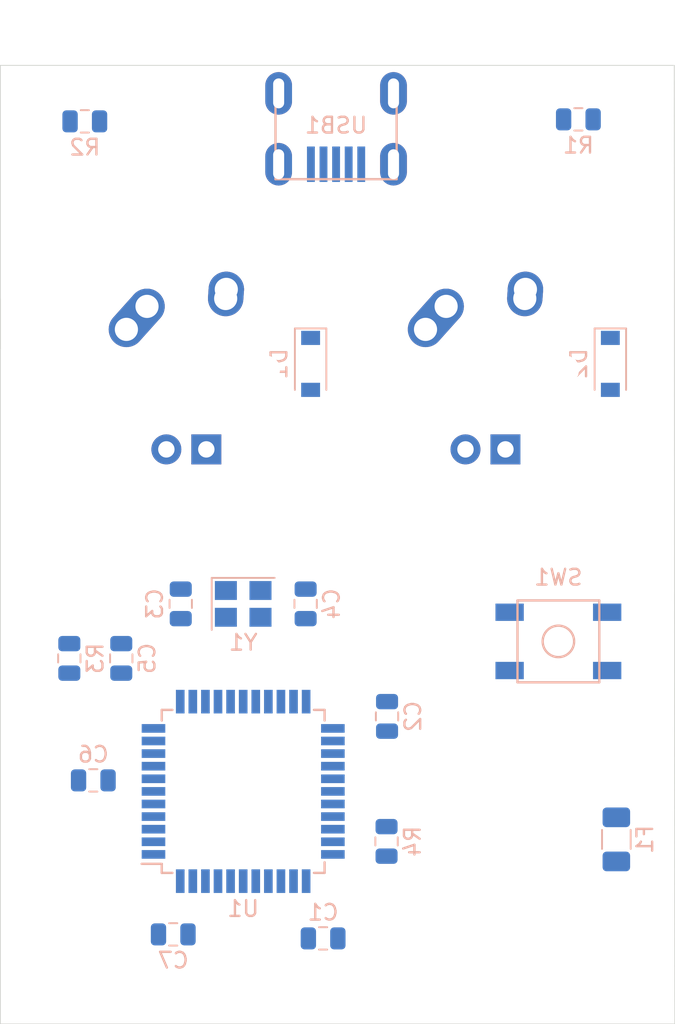
<source format=kicad_pcb>
(kicad_pcb (version 20171130) (host pcbnew "(5.1.4)-1")

  (general
    (thickness 1.6)
    (drawings 5)
    (tracks 0)
    (zones 0)
    (modules 20)
    (nets 46)
  )

  (page A4)
  (layers
    (0 F.Cu signal)
    (31 B.Cu signal)
    (32 B.Adhes user)
    (33 F.Adhes user)
    (34 B.Paste user)
    (35 F.Paste user)
    (36 B.SilkS user)
    (37 F.SilkS user)
    (38 B.Mask user)
    (39 F.Mask user)
    (40 Dwgs.User user)
    (41 Cmts.User user)
    (42 Eco1.User user)
    (43 Eco2.User user)
    (44 Edge.Cuts user)
    (45 Margin user)
    (46 B.CrtYd user)
    (47 F.CrtYd user)
    (48 B.Fab user)
    (49 F.Fab user)
  )

  (setup
    (last_trace_width 0.25)
    (trace_clearance 0.2)
    (zone_clearance 0.508)
    (zone_45_only no)
    (trace_min 0.2)
    (via_size 0.8)
    (via_drill 0.4)
    (via_min_size 0.4)
    (via_min_drill 0.3)
    (uvia_size 0.3)
    (uvia_drill 0.1)
    (uvias_allowed no)
    (uvia_min_size 0.2)
    (uvia_min_drill 0.1)
    (edge_width 0.05)
    (segment_width 0.2)
    (pcb_text_width 0.3)
    (pcb_text_size 1.5 1.5)
    (mod_edge_width 0.12)
    (mod_text_size 1 1)
    (mod_text_width 0.15)
    (pad_size 1.524 1.524)
    (pad_drill 0.762)
    (pad_to_mask_clearance 0.051)
    (solder_mask_min_width 0.25)
    (aux_axis_origin 0 0)
    (visible_elements FFFFFF7F)
    (pcbplotparams
      (layerselection 0x010fc_ffffffff)
      (usegerberextensions false)
      (usegerberattributes false)
      (usegerberadvancedattributes false)
      (creategerberjobfile false)
      (excludeedgelayer true)
      (linewidth 0.100000)
      (plotframeref false)
      (viasonmask false)
      (mode 1)
      (useauxorigin false)
      (hpglpennumber 1)
      (hpglpenspeed 20)
      (hpglpendiameter 15.000000)
      (psnegative false)
      (psa4output false)
      (plotreference true)
      (plotvalue true)
      (plotinvisibletext false)
      (padsonsilk false)
      (subtractmaskfromsilk false)
      (outputformat 1)
      (mirror false)
      (drillshape 1)
      (scaleselection 1)
      (outputdirectory ""))
  )

  (net 0 "")
  (net 1 GND)
  (net 2 +5V)
  (net 3 "Net-(C3-Pad1)")
  (net 4 "Net-(C4-Pad1)")
  (net 5 "Net-(C6-Pad1)")
  (net 6 "Net-(D1-Pad2)")
  (net 7 ROW0)
  (net 8 "Net-(D2-Pad2)")
  (net 9 "Net-(F1-Pad2)")
  (net 10 "Net-(MX1-Pad1)")
  (net 11 "Net-(MX2-Pad1)")
  (net 12 D-)
  (net 13 "Net-(R1-Pad1)")
  (net 14 D+)
  (net 15 "Net-(R2-Pad1)")
  (net 16 "Net-(R3-Pad2)")
  (net 17 "Net-(R4-Pad2)")
  (net 18 "Net-(U1-Pad42)")
  (net 19 "Net-(U1-Pad41)")
  (net 20 "Net-(U1-Pad40)")
  (net 21 "Net-(U1-Pad39)")
  (net 22 "Net-(U1-Pad38)")
  (net 23 "Net-(U1-Pad37)")
  (net 24 "Net-(U1-Pad36)")
  (net 25 "Net-(U1-Pad32)")
  (net 26 "Net-(U1-Pad31)")
  (net 27 "Net-(U1-Pad30)")
  (net 28 "Net-(U1-Pad29)")
  (net 29 "Net-(U1-Pad28)")
  (net 30 "Net-(U1-Pad27)")
  (net 31 "Net-(U1-Pad26)")
  (net 32 "Net-(U1-Pad25)")
  (net 33 "Net-(U1-Pad22)")
  (net 34 "Net-(U1-Pad21)")
  (net 35 "Net-(U1-Pad20)")
  (net 36 "Net-(U1-Pad19)")
  (net 37 "Net-(U1-Pad18)")
  (net 38 "Net-(U1-Pad12)")
  (net 39 "Net-(U1-Pad11)")
  (net 40 "Net-(U1-Pad10)")
  (net 41 "Net-(U1-Pad9)")
  (net 42 "Net-(U1-Pad8)")
  (net 43 "Net-(U1-Pad1)")
  (net 44 "Net-(USB1-Pad6)")
  (net 45 "Net-(USB1-Pad2)")

  (net_class Default "This is the default net class."
    (clearance 0.2)
    (trace_width 0.25)
    (via_dia 0.8)
    (via_drill 0.4)
    (uvia_dia 0.3)
    (uvia_drill 0.1)
    (add_net +5V)
    (add_net D+)
    (add_net D-)
    (add_net GND)
    (add_net "Net-(C3-Pad1)")
    (add_net "Net-(C4-Pad1)")
    (add_net "Net-(C6-Pad1)")
    (add_net "Net-(D1-Pad2)")
    (add_net "Net-(D2-Pad2)")
    (add_net "Net-(F1-Pad2)")
    (add_net "Net-(MX1-Pad1)")
    (add_net "Net-(MX2-Pad1)")
    (add_net "Net-(R1-Pad1)")
    (add_net "Net-(R2-Pad1)")
    (add_net "Net-(R3-Pad2)")
    (add_net "Net-(R4-Pad2)")
    (add_net "Net-(U1-Pad1)")
    (add_net "Net-(U1-Pad10)")
    (add_net "Net-(U1-Pad11)")
    (add_net "Net-(U1-Pad12)")
    (add_net "Net-(U1-Pad18)")
    (add_net "Net-(U1-Pad19)")
    (add_net "Net-(U1-Pad20)")
    (add_net "Net-(U1-Pad21)")
    (add_net "Net-(U1-Pad22)")
    (add_net "Net-(U1-Pad25)")
    (add_net "Net-(U1-Pad26)")
    (add_net "Net-(U1-Pad27)")
    (add_net "Net-(U1-Pad28)")
    (add_net "Net-(U1-Pad29)")
    (add_net "Net-(U1-Pad30)")
    (add_net "Net-(U1-Pad31)")
    (add_net "Net-(U1-Pad32)")
    (add_net "Net-(U1-Pad36)")
    (add_net "Net-(U1-Pad37)")
    (add_net "Net-(U1-Pad38)")
    (add_net "Net-(U1-Pad39)")
    (add_net "Net-(U1-Pad40)")
    (add_net "Net-(U1-Pad41)")
    (add_net "Net-(U1-Pad42)")
    (add_net "Net-(U1-Pad8)")
    (add_net "Net-(U1-Pad9)")
    (add_net "Net-(USB1-Pad2)")
    (add_net "Net-(USB1-Pad6)")
    (add_net ROW0)
  )

  (module Crystal:Crystal_SMD_3225-4Pin_3.2x2.5mm (layer B.Cu) (tedit 5A0FD1B2) (tstamp 669EAC4E)
    (at 97.18675 78.89875)
    (descr "SMD Crystal SERIES SMD3225/4 http://www.txccrystal.com/images/pdf/7m-accuracy.pdf, 3.2x2.5mm^2 package")
    (tags "SMD SMT crystal")
    (path /669FD48B)
    (attr smd)
    (fp_text reference Y1 (at 0 2.45) (layer B.SilkS)
      (effects (font (size 1 1) (thickness 0.15)) (justify mirror))
    )
    (fp_text value 16MHz (at 0 -2.45) (layer B.Fab)
      (effects (font (size 1 1) (thickness 0.15)) (justify mirror))
    )
    (fp_text user %R (at 0 0) (layer B.Fab)
      (effects (font (size 0.7 0.7) (thickness 0.105)) (justify mirror))
    )
    (fp_line (start -1.6 1.25) (end -1.6 -1.25) (layer B.Fab) (width 0.1))
    (fp_line (start -1.6 -1.25) (end 1.6 -1.25) (layer B.Fab) (width 0.1))
    (fp_line (start 1.6 -1.25) (end 1.6 1.25) (layer B.Fab) (width 0.1))
    (fp_line (start 1.6 1.25) (end -1.6 1.25) (layer B.Fab) (width 0.1))
    (fp_line (start -1.6 -0.25) (end -0.6 -1.25) (layer B.Fab) (width 0.1))
    (fp_line (start -2 1.65) (end -2 -1.65) (layer B.SilkS) (width 0.12))
    (fp_line (start -2 -1.65) (end 2 -1.65) (layer B.SilkS) (width 0.12))
    (fp_line (start -2.1 1.7) (end -2.1 -1.7) (layer B.CrtYd) (width 0.05))
    (fp_line (start -2.1 -1.7) (end 2.1 -1.7) (layer B.CrtYd) (width 0.05))
    (fp_line (start 2.1 -1.7) (end 2.1 1.7) (layer B.CrtYd) (width 0.05))
    (fp_line (start 2.1 1.7) (end -2.1 1.7) (layer B.CrtYd) (width 0.05))
    (pad 1 smd rect (at -1.1 -0.85) (size 1.4 1.2) (layers B.Cu B.Paste B.Mask)
      (net 3 "Net-(C3-Pad1)"))
    (pad 2 smd rect (at 1.1 -0.85) (size 1.4 1.2) (layers B.Cu B.Paste B.Mask)
      (net 1 GND))
    (pad 3 smd rect (at 1.1 0.85) (size 1.4 1.2) (layers B.Cu B.Paste B.Mask)
      (net 4 "Net-(C4-Pad1)"))
    (pad 4 smd rect (at -1.1 0.85) (size 1.4 1.2) (layers B.Cu B.Paste B.Mask)
      (net 1 GND))
    (model ${KISYS3DMOD}/Crystal.3dshapes/Crystal_SMD_3225-4Pin_3.2x2.5mm.wrl
      (at (xyz 0 0 0))
      (scale (xyz 1 1 1))
      (rotate (xyz 0 0 0))
    )
  )

  (module random-keyboard-parts:Molex-0548190589 (layer B.Cu) (tedit 5C494815) (tstamp 669EAC3A)
    (at 103.091 46.482 270)
    (path /66A09050)
    (attr smd)
    (fp_text reference USB1 (at 2.032 0 180) (layer B.SilkS)
      (effects (font (size 1 1) (thickness 0.15)) (justify mirror))
    )
    (fp_text value Molex-0548190589 (at -5.08 0 180) (layer Dwgs.User)
      (effects (font (size 1 1) (thickness 0.15)))
    )
    (fp_text user %R (at 2 0 180) (layer B.CrtYd)
      (effects (font (size 1 1) (thickness 0.15)) (justify mirror))
    )
    (fp_line (start 3.25 1.25) (end 5.5 1.25) (layer B.CrtYd) (width 0.15))
    (fp_line (start 5.5 0.5) (end 3.25 0.5) (layer B.CrtYd) (width 0.15))
    (fp_line (start 3.25 -0.5) (end 5.5 -0.5) (layer B.CrtYd) (width 0.15))
    (fp_line (start 5.5 -1.25) (end 3.25 -1.25) (layer B.CrtYd) (width 0.15))
    (fp_line (start 3.25 -2) (end 5.5 -2) (layer B.CrtYd) (width 0.15))
    (fp_line (start 3.25 2) (end 3.25 -2) (layer B.CrtYd) (width 0.15))
    (fp_line (start 5.5 2) (end 3.25 2) (layer B.CrtYd) (width 0.15))
    (fp_line (start -3.75 -3.75) (end -3.75 3.75) (layer B.CrtYd) (width 0.15))
    (fp_line (start 5.5 -3.75) (end -3.75 -3.75) (layer B.CrtYd) (width 0.15))
    (fp_line (start 5.5 3.75) (end 5.5 -3.75) (layer B.CrtYd) (width 0.15))
    (fp_line (start -3.75 3.75) (end 5.5 3.75) (layer B.CrtYd) (width 0.15))
    (fp_line (start 0 3.85) (end 5.45 3.85) (layer B.SilkS) (width 0.15))
    (fp_line (start 0 -3.85) (end 5.45 -3.85) (layer B.SilkS) (width 0.15))
    (fp_line (start 5.45 3.85) (end 5.45 -3.85) (layer B.SilkS) (width 0.15))
    (fp_line (start -3.75 3.85) (end 0 3.85) (layer Dwgs.User) (width 0.15))
    (fp_line (start -3.75 -3.85) (end 0 -3.85) (layer Dwgs.User) (width 0.15))
    (fp_line (start -1.75 4.572) (end -1.75 -4.572) (layer Dwgs.User) (width 0.15))
    (fp_line (start -3.75 3.85) (end -3.75 -3.85) (layer Dwgs.User) (width 0.15))
    (pad 6 thru_hole oval (at 0 3.65 270) (size 2.7 1.7) (drill oval 1.9 0.7) (layers *.Cu *.Mask)
      (net 44 "Net-(USB1-Pad6)"))
    (pad 6 thru_hole oval (at 0 -3.65 270) (size 2.7 1.7) (drill oval 1.9 0.7) (layers *.Cu *.Mask)
      (net 44 "Net-(USB1-Pad6)"))
    (pad 6 thru_hole oval (at 4.5 -3.65 270) (size 2.7 1.7) (drill oval 1.9 0.7) (layers *.Cu *.Mask)
      (net 44 "Net-(USB1-Pad6)"))
    (pad 6 thru_hole oval (at 4.5 3.65 270) (size 2.7 1.7) (drill oval 1.9 0.7) (layers *.Cu *.Mask)
      (net 44 "Net-(USB1-Pad6)"))
    (pad 5 smd rect (at 4.5 1.6 270) (size 2.25 0.5) (layers B.Cu B.Paste B.Mask)
      (net 9 "Net-(F1-Pad2)"))
    (pad 4 smd rect (at 4.5 0.8 270) (size 2.25 0.5) (layers B.Cu B.Paste B.Mask)
      (net 12 D-))
    (pad 3 smd rect (at 4.5 0 270) (size 2.25 0.5) (layers B.Cu B.Paste B.Mask)
      (net 14 D+))
    (pad 2 smd rect (at 4.5 -0.8 270) (size 2.25 0.5) (layers B.Cu B.Paste B.Mask)
      (net 45 "Net-(USB1-Pad2)"))
    (pad 1 smd rect (at 4.5 -1.6 270) (size 2.25 0.5) (layers B.Cu B.Paste B.Mask)
      (net 1 GND))
  )

  (module Package_QFP:TQFP-44_10x10mm_P0.8mm (layer B.Cu) (tedit 5A02F146) (tstamp 669EAC1A)
    (at 97.18675 90.805)
    (descr "44-Lead Plastic Thin Quad Flatpack (PT) - 10x10x1.0 mm Body [TQFP] (see Microchip Packaging Specification 00000049BS.pdf)")
    (tags "QFP 0.8")
    (path /669E57B7)
    (attr smd)
    (fp_text reference U1 (at 0 7.45) (layer B.SilkS)
      (effects (font (size 1 1) (thickness 0.15)) (justify mirror))
    )
    (fp_text value ATmega32U4-AU (at 0 -7.45) (layer B.Fab)
      (effects (font (size 1 1) (thickness 0.15)) (justify mirror))
    )
    (fp_text user %R (at 0 0) (layer B.Fab)
      (effects (font (size 1 1) (thickness 0.15)) (justify mirror))
    )
    (fp_line (start -4 5) (end 5 5) (layer B.Fab) (width 0.15))
    (fp_line (start 5 5) (end 5 -5) (layer B.Fab) (width 0.15))
    (fp_line (start 5 -5) (end -5 -5) (layer B.Fab) (width 0.15))
    (fp_line (start -5 -5) (end -5 4) (layer B.Fab) (width 0.15))
    (fp_line (start -5 4) (end -4 5) (layer B.Fab) (width 0.15))
    (fp_line (start -6.7 6.7) (end -6.7 -6.7) (layer B.CrtYd) (width 0.05))
    (fp_line (start 6.7 6.7) (end 6.7 -6.7) (layer B.CrtYd) (width 0.05))
    (fp_line (start -6.7 6.7) (end 6.7 6.7) (layer B.CrtYd) (width 0.05))
    (fp_line (start -6.7 -6.7) (end 6.7 -6.7) (layer B.CrtYd) (width 0.05))
    (fp_line (start -5.175 5.175) (end -5.175 4.6) (layer B.SilkS) (width 0.15))
    (fp_line (start 5.175 5.175) (end 5.175 4.5) (layer B.SilkS) (width 0.15))
    (fp_line (start 5.175 -5.175) (end 5.175 -4.5) (layer B.SilkS) (width 0.15))
    (fp_line (start -5.175 -5.175) (end -5.175 -4.5) (layer B.SilkS) (width 0.15))
    (fp_line (start -5.175 5.175) (end -4.5 5.175) (layer B.SilkS) (width 0.15))
    (fp_line (start -5.175 -5.175) (end -4.5 -5.175) (layer B.SilkS) (width 0.15))
    (fp_line (start 5.175 -5.175) (end 4.5 -5.175) (layer B.SilkS) (width 0.15))
    (fp_line (start 5.175 5.175) (end 4.5 5.175) (layer B.SilkS) (width 0.15))
    (fp_line (start -5.175 4.6) (end -6.45 4.6) (layer B.SilkS) (width 0.15))
    (pad 1 smd rect (at -5.7 4) (size 1.5 0.55) (layers B.Cu B.Paste B.Mask)
      (net 43 "Net-(U1-Pad1)"))
    (pad 2 smd rect (at -5.7 3.2) (size 1.5 0.55) (layers B.Cu B.Paste B.Mask)
      (net 2 +5V))
    (pad 3 smd rect (at -5.7 2.4) (size 1.5 0.55) (layers B.Cu B.Paste B.Mask)
      (net 13 "Net-(R1-Pad1)"))
    (pad 4 smd rect (at -5.7 1.6) (size 1.5 0.55) (layers B.Cu B.Paste B.Mask)
      (net 15 "Net-(R2-Pad1)"))
    (pad 5 smd rect (at -5.7 0.8) (size 1.5 0.55) (layers B.Cu B.Paste B.Mask)
      (net 1 GND))
    (pad 6 smd rect (at -5.7 0) (size 1.5 0.55) (layers B.Cu B.Paste B.Mask)
      (net 5 "Net-(C6-Pad1)"))
    (pad 7 smd rect (at -5.7 -0.8) (size 1.5 0.55) (layers B.Cu B.Paste B.Mask)
      (net 2 +5V))
    (pad 8 smd rect (at -5.7 -1.6) (size 1.5 0.55) (layers B.Cu B.Paste B.Mask)
      (net 42 "Net-(U1-Pad8)"))
    (pad 9 smd rect (at -5.7 -2.4) (size 1.5 0.55) (layers B.Cu B.Paste B.Mask)
      (net 41 "Net-(U1-Pad9)"))
    (pad 10 smd rect (at -5.7 -3.2) (size 1.5 0.55) (layers B.Cu B.Paste B.Mask)
      (net 40 "Net-(U1-Pad10)"))
    (pad 11 smd rect (at -5.7 -4) (size 1.5 0.55) (layers B.Cu B.Paste B.Mask)
      (net 39 "Net-(U1-Pad11)"))
    (pad 12 smd rect (at -4 -5.7 270) (size 1.5 0.55) (layers B.Cu B.Paste B.Mask)
      (net 38 "Net-(U1-Pad12)"))
    (pad 13 smd rect (at -3.2 -5.7 270) (size 1.5 0.55) (layers B.Cu B.Paste B.Mask)
      (net 16 "Net-(R3-Pad2)"))
    (pad 14 smd rect (at -2.4 -5.7 270) (size 1.5 0.55) (layers B.Cu B.Paste B.Mask)
      (net 2 +5V))
    (pad 15 smd rect (at -1.6 -5.7 270) (size 1.5 0.55) (layers B.Cu B.Paste B.Mask)
      (net 1 GND))
    (pad 16 smd rect (at -0.8 -5.7 270) (size 1.5 0.55) (layers B.Cu B.Paste B.Mask)
      (net 4 "Net-(C4-Pad1)"))
    (pad 17 smd rect (at 0 -5.7 270) (size 1.5 0.55) (layers B.Cu B.Paste B.Mask)
      (net 3 "Net-(C3-Pad1)"))
    (pad 18 smd rect (at 0.8 -5.7 270) (size 1.5 0.55) (layers B.Cu B.Paste B.Mask)
      (net 37 "Net-(U1-Pad18)"))
    (pad 19 smd rect (at 1.6 -5.7 270) (size 1.5 0.55) (layers B.Cu B.Paste B.Mask)
      (net 36 "Net-(U1-Pad19)"))
    (pad 20 smd rect (at 2.4 -5.7 270) (size 1.5 0.55) (layers B.Cu B.Paste B.Mask)
      (net 35 "Net-(U1-Pad20)"))
    (pad 21 smd rect (at 3.2 -5.7 270) (size 1.5 0.55) (layers B.Cu B.Paste B.Mask)
      (net 34 "Net-(U1-Pad21)"))
    (pad 22 smd rect (at 4 -5.7 270) (size 1.5 0.55) (layers B.Cu B.Paste B.Mask)
      (net 33 "Net-(U1-Pad22)"))
    (pad 23 smd rect (at 5.7 -4) (size 1.5 0.55) (layers B.Cu B.Paste B.Mask)
      (net 1 GND))
    (pad 24 smd rect (at 5.7 -3.2) (size 1.5 0.55) (layers B.Cu B.Paste B.Mask)
      (net 2 +5V))
    (pad 25 smd rect (at 5.7 -2.4) (size 1.5 0.55) (layers B.Cu B.Paste B.Mask)
      (net 32 "Net-(U1-Pad25)"))
    (pad 26 smd rect (at 5.7 -1.6) (size 1.5 0.55) (layers B.Cu B.Paste B.Mask)
      (net 31 "Net-(U1-Pad26)"))
    (pad 27 smd rect (at 5.7 -0.8) (size 1.5 0.55) (layers B.Cu B.Paste B.Mask)
      (net 30 "Net-(U1-Pad27)"))
    (pad 28 smd rect (at 5.7 0) (size 1.5 0.55) (layers B.Cu B.Paste B.Mask)
      (net 29 "Net-(U1-Pad28)"))
    (pad 29 smd rect (at 5.7 0.8) (size 1.5 0.55) (layers B.Cu B.Paste B.Mask)
      (net 28 "Net-(U1-Pad29)"))
    (pad 30 smd rect (at 5.7 1.6) (size 1.5 0.55) (layers B.Cu B.Paste B.Mask)
      (net 27 "Net-(U1-Pad30)"))
    (pad 31 smd rect (at 5.7 2.4) (size 1.5 0.55) (layers B.Cu B.Paste B.Mask)
      (net 26 "Net-(U1-Pad31)"))
    (pad 32 smd rect (at 5.7 3.2) (size 1.5 0.55) (layers B.Cu B.Paste B.Mask)
      (net 25 "Net-(U1-Pad32)"))
    (pad 33 smd rect (at 5.7 4) (size 1.5 0.55) (layers B.Cu B.Paste B.Mask)
      (net 17 "Net-(R4-Pad2)"))
    (pad 34 smd rect (at 4 5.7 270) (size 1.5 0.55) (layers B.Cu B.Paste B.Mask)
      (net 2 +5V))
    (pad 35 smd rect (at 3.2 5.7 270) (size 1.5 0.55) (layers B.Cu B.Paste B.Mask)
      (net 1 GND))
    (pad 36 smd rect (at 2.4 5.7 270) (size 1.5 0.55) (layers B.Cu B.Paste B.Mask)
      (net 24 "Net-(U1-Pad36)"))
    (pad 37 smd rect (at 1.6 5.7 270) (size 1.5 0.55) (layers B.Cu B.Paste B.Mask)
      (net 23 "Net-(U1-Pad37)"))
    (pad 38 smd rect (at 0.8 5.7 270) (size 1.5 0.55) (layers B.Cu B.Paste B.Mask)
      (net 22 "Net-(U1-Pad38)"))
    (pad 39 smd rect (at 0 5.7 270) (size 1.5 0.55) (layers B.Cu B.Paste B.Mask)
      (net 21 "Net-(U1-Pad39)"))
    (pad 40 smd rect (at -0.8 5.7 270) (size 1.5 0.55) (layers B.Cu B.Paste B.Mask)
      (net 20 "Net-(U1-Pad40)"))
    (pad 41 smd rect (at -1.6 5.7 270) (size 1.5 0.55) (layers B.Cu B.Paste B.Mask)
      (net 19 "Net-(U1-Pad41)"))
    (pad 42 smd rect (at -2.4 5.7 270) (size 1.5 0.55) (layers B.Cu B.Paste B.Mask)
      (net 18 "Net-(U1-Pad42)"))
    (pad 43 smd rect (at -3.2 5.7 270) (size 1.5 0.55) (layers B.Cu B.Paste B.Mask)
      (net 1 GND))
    (pad 44 smd rect (at -4 5.7 270) (size 1.5 0.55) (layers B.Cu B.Paste B.Mask)
      (net 2 +5V))
    (model ${KISYS3DMOD}/Package_QFP.3dshapes/TQFP-44_10x10mm_P0.8mm.wrl
      (at (xyz 0 0 0))
      (scale (xyz 1 1 1))
      (rotate (xyz 0 0 0))
    )
  )

  (module random-keyboard-parts:SKQG-1155865 (layer B.Cu) (tedit 5E62B398) (tstamp 669EABD7)
    (at 117.221 81.28)
    (path /66A042FB)
    (attr smd)
    (fp_text reference SW1 (at 0 -4.064) (layer B.SilkS)
      (effects (font (size 1 1) (thickness 0.15)) (justify mirror))
    )
    (fp_text value SW_Push (at 0 4.064) (layer B.Fab)
      (effects (font (size 1 1) (thickness 0.15)) (justify mirror))
    )
    (fp_line (start -2.6 2.6) (end 2.6 2.6) (layer B.SilkS) (width 0.15))
    (fp_line (start 2.6 2.6) (end 2.6 -2.6) (layer B.SilkS) (width 0.15))
    (fp_line (start 2.6 -2.6) (end -2.6 -2.6) (layer B.SilkS) (width 0.15))
    (fp_line (start -2.6 -2.6) (end -2.6 2.6) (layer B.SilkS) (width 0.15))
    (fp_circle (center 0 0) (end 1 0) (layer B.SilkS) (width 0.15))
    (fp_line (start -4.2 2.6) (end 4.2 2.6) (layer B.Fab) (width 0.15))
    (fp_line (start 4.2 2.6) (end 4.2 1.2) (layer B.Fab) (width 0.15))
    (fp_line (start 4.2 1.1) (end 2.6 1.1) (layer B.Fab) (width 0.15))
    (fp_line (start 2.6 1.1) (end 2.6 -1.1) (layer B.Fab) (width 0.15))
    (fp_line (start 2.6 -1.1) (end 4.2 -1.1) (layer B.Fab) (width 0.15))
    (fp_line (start 4.2 -1.1) (end 4.2 -2.6) (layer B.Fab) (width 0.15))
    (fp_line (start 4.2 -2.6) (end -4.2 -2.6) (layer B.Fab) (width 0.15))
    (fp_line (start -4.2 -2.6) (end -4.2 -1.1) (layer B.Fab) (width 0.15))
    (fp_line (start -4.2 -1.1) (end -2.6 -1.1) (layer B.Fab) (width 0.15))
    (fp_line (start -2.6 -1.1) (end -2.6 1.1) (layer B.Fab) (width 0.15))
    (fp_line (start -2.6 1.1) (end -4.2 1.1) (layer B.Fab) (width 0.15))
    (fp_line (start -4.2 1.1) (end -4.2 2.6) (layer B.Fab) (width 0.15))
    (fp_circle (center 0 0) (end 1 0) (layer B.Fab) (width 0.15))
    (fp_line (start -2.6 1.1) (end -1.1 2.6) (layer B.Fab) (width 0.15))
    (fp_line (start 2.6 1.1) (end 1.1 2.6) (layer B.Fab) (width 0.15))
    (fp_line (start 2.6 -1.1) (end 1.1 -2.6) (layer B.Fab) (width 0.15))
    (fp_line (start -2.6 -1.1) (end -1.1 -2.6) (layer B.Fab) (width 0.15))
    (pad 4 smd rect (at -3.1 -1.85) (size 1.8 1.1) (layers B.Cu B.Paste B.Mask))
    (pad 3 smd rect (at 3.1 1.85) (size 1.8 1.1) (layers B.Cu B.Paste B.Mask))
    (pad 2 smd rect (at -3.1 1.85) (size 1.8 1.1) (layers B.Cu B.Paste B.Mask)
      (net 16 "Net-(R3-Pad2)"))
    (pad 1 smd rect (at 3.1 -1.85) (size 1.8 1.1) (layers B.Cu B.Paste B.Mask)
      (net 1 GND))
    (model ${KISYS3DMOD}/Button_Switch_SMD.3dshapes/SW_SPST_TL3342.step
      (at (xyz 0 0 0))
      (scale (xyz 1 1 1))
      (rotate (xyz 0 0 0))
    )
  )

  (module Resistor_SMD:R_0805_2012Metric (layer B.Cu) (tedit 5B36C52B) (tstamp 669EABB9)
    (at 106.299 93.98 90)
    (descr "Resistor SMD 0805 (2012 Metric), square (rectangular) end terminal, IPC_7351 nominal, (Body size source: https://docs.google.com/spreadsheets/d/1BsfQQcO9C6DZCsRaXUlFlo91Tg2WpOkGARC1WS5S8t0/edit?usp=sharing), generated with kicad-footprint-generator")
    (tags resistor)
    (path /669EA82A)
    (attr smd)
    (fp_text reference R4 (at 0 1.65 90) (layer B.SilkS)
      (effects (font (size 1 1) (thickness 0.15)) (justify mirror))
    )
    (fp_text value 10k (at 0 -1.65 90) (layer B.Fab)
      (effects (font (size 1 1) (thickness 0.15)) (justify mirror))
    )
    (fp_text user %R (at 0 0 90) (layer B.Fab)
      (effects (font (size 0.5 0.5) (thickness 0.08)) (justify mirror))
    )
    (fp_line (start 1.68 -0.95) (end -1.68 -0.95) (layer B.CrtYd) (width 0.05))
    (fp_line (start 1.68 0.95) (end 1.68 -0.95) (layer B.CrtYd) (width 0.05))
    (fp_line (start -1.68 0.95) (end 1.68 0.95) (layer B.CrtYd) (width 0.05))
    (fp_line (start -1.68 -0.95) (end -1.68 0.95) (layer B.CrtYd) (width 0.05))
    (fp_line (start -0.258578 -0.71) (end 0.258578 -0.71) (layer B.SilkS) (width 0.12))
    (fp_line (start -0.258578 0.71) (end 0.258578 0.71) (layer B.SilkS) (width 0.12))
    (fp_line (start 1 -0.6) (end -1 -0.6) (layer B.Fab) (width 0.1))
    (fp_line (start 1 0.6) (end 1 -0.6) (layer B.Fab) (width 0.1))
    (fp_line (start -1 0.6) (end 1 0.6) (layer B.Fab) (width 0.1))
    (fp_line (start -1 -0.6) (end -1 0.6) (layer B.Fab) (width 0.1))
    (pad 2 smd roundrect (at 0.9375 0 90) (size 0.975 1.4) (layers B.Cu B.Paste B.Mask) (roundrect_rratio 0.25)
      (net 17 "Net-(R4-Pad2)"))
    (pad 1 smd roundrect (at -0.9375 0 90) (size 0.975 1.4) (layers B.Cu B.Paste B.Mask) (roundrect_rratio 0.25)
      (net 1 GND))
    (model ${KISYS3DMOD}/Resistor_SMD.3dshapes/R_0805_2012Metric.wrl
      (at (xyz 0 0 0))
      (scale (xyz 1 1 1))
      (rotate (xyz 0 0 0))
    )
  )

  (module Resistor_SMD:R_0805_2012Metric (layer B.Cu) (tedit 5B36C52B) (tstamp 669EABA8)
    (at 86.13775 82.3595 90)
    (descr "Resistor SMD 0805 (2012 Metric), square (rectangular) end terminal, IPC_7351 nominal, (Body size source: https://docs.google.com/spreadsheets/d/1BsfQQcO9C6DZCsRaXUlFlo91Tg2WpOkGARC1WS5S8t0/edit?usp=sharing), generated with kicad-footprint-generator")
    (tags resistor)
    (path /66A07222)
    (attr smd)
    (fp_text reference R3 (at 0 1.65 90) (layer B.SilkS)
      (effects (font (size 1 1) (thickness 0.15)) (justify mirror))
    )
    (fp_text value 10k (at 0 -1.65 90) (layer B.Fab)
      (effects (font (size 1 1) (thickness 0.15)) (justify mirror))
    )
    (fp_line (start -1 -0.6) (end -1 0.6) (layer B.Fab) (width 0.1))
    (fp_line (start -1 0.6) (end 1 0.6) (layer B.Fab) (width 0.1))
    (fp_line (start 1 0.6) (end 1 -0.6) (layer B.Fab) (width 0.1))
    (fp_line (start 1 -0.6) (end -1 -0.6) (layer B.Fab) (width 0.1))
    (fp_line (start -0.258578 0.71) (end 0.258578 0.71) (layer B.SilkS) (width 0.12))
    (fp_line (start -0.258578 -0.71) (end 0.258578 -0.71) (layer B.SilkS) (width 0.12))
    (fp_line (start -1.68 -0.95) (end -1.68 0.95) (layer B.CrtYd) (width 0.05))
    (fp_line (start -1.68 0.95) (end 1.68 0.95) (layer B.CrtYd) (width 0.05))
    (fp_line (start 1.68 0.95) (end 1.68 -0.95) (layer B.CrtYd) (width 0.05))
    (fp_line (start 1.68 -0.95) (end -1.68 -0.95) (layer B.CrtYd) (width 0.05))
    (fp_text user %R (at 0 0 90) (layer B.Fab)
      (effects (font (size 0.5 0.5) (thickness 0.08)) (justify mirror))
    )
    (pad 1 smd roundrect (at -0.9375 0 90) (size 0.975 1.4) (layers B.Cu B.Paste B.Mask) (roundrect_rratio 0.25)
      (net 2 +5V))
    (pad 2 smd roundrect (at 0.9375 0 90) (size 0.975 1.4) (layers B.Cu B.Paste B.Mask) (roundrect_rratio 0.25)
      (net 16 "Net-(R3-Pad2)"))
    (model ${KISYS3DMOD}/Resistor_SMD.3dshapes/R_0805_2012Metric.wrl
      (at (xyz 0 0 0))
      (scale (xyz 1 1 1))
      (rotate (xyz 0 0 0))
    )
  )

  (module Resistor_SMD:R_0805_2012Metric (layer B.Cu) (tedit 5B36C52B) (tstamp 669EAB97)
    (at 87.122 48.26)
    (descr "Resistor SMD 0805 (2012 Metric), square (rectangular) end terminal, IPC_7351 nominal, (Body size source: https://docs.google.com/spreadsheets/d/1BsfQQcO9C6DZCsRaXUlFlo91Tg2WpOkGARC1WS5S8t0/edit?usp=sharing), generated with kicad-footprint-generator")
    (tags resistor)
    (path /669ECDCD)
    (attr smd)
    (fp_text reference R2 (at 0 1.65) (layer B.SilkS)
      (effects (font (size 1 1) (thickness 0.15)) (justify mirror))
    )
    (fp_text value 22 (at 0 -1.65) (layer B.Fab)
      (effects (font (size 1 1) (thickness 0.15)) (justify mirror))
    )
    (fp_text user %R (at 0 0) (layer B.Fab)
      (effects (font (size 0.5 0.5) (thickness 0.08)) (justify mirror))
    )
    (fp_line (start 1.68 -0.95) (end -1.68 -0.95) (layer B.CrtYd) (width 0.05))
    (fp_line (start 1.68 0.95) (end 1.68 -0.95) (layer B.CrtYd) (width 0.05))
    (fp_line (start -1.68 0.95) (end 1.68 0.95) (layer B.CrtYd) (width 0.05))
    (fp_line (start -1.68 -0.95) (end -1.68 0.95) (layer B.CrtYd) (width 0.05))
    (fp_line (start -0.258578 -0.71) (end 0.258578 -0.71) (layer B.SilkS) (width 0.12))
    (fp_line (start -0.258578 0.71) (end 0.258578 0.71) (layer B.SilkS) (width 0.12))
    (fp_line (start 1 -0.6) (end -1 -0.6) (layer B.Fab) (width 0.1))
    (fp_line (start 1 0.6) (end 1 -0.6) (layer B.Fab) (width 0.1))
    (fp_line (start -1 0.6) (end 1 0.6) (layer B.Fab) (width 0.1))
    (fp_line (start -1 -0.6) (end -1 0.6) (layer B.Fab) (width 0.1))
    (pad 2 smd roundrect (at 0.9375 0) (size 0.975 1.4) (layers B.Cu B.Paste B.Mask) (roundrect_rratio 0.25)
      (net 14 D+))
    (pad 1 smd roundrect (at -0.9375 0) (size 0.975 1.4) (layers B.Cu B.Paste B.Mask) (roundrect_rratio 0.25)
      (net 15 "Net-(R2-Pad1)"))
    (model ${KISYS3DMOD}/Resistor_SMD.3dshapes/R_0805_2012Metric.wrl
      (at (xyz 0 0 0))
      (scale (xyz 1 1 1))
      (rotate (xyz 0 0 0))
    )
  )

  (module Resistor_SMD:R_0805_2012Metric (layer B.Cu) (tedit 5B36C52B) (tstamp 669EAB86)
    (at 118.491 48.133)
    (descr "Resistor SMD 0805 (2012 Metric), square (rectangular) end terminal, IPC_7351 nominal, (Body size source: https://docs.google.com/spreadsheets/d/1BsfQQcO9C6DZCsRaXUlFlo91Tg2WpOkGARC1WS5S8t0/edit?usp=sharing), generated with kicad-footprint-generator")
    (tags resistor)
    (path /669EEC99)
    (attr smd)
    (fp_text reference R1 (at 0 1.65) (layer B.SilkS)
      (effects (font (size 1 1) (thickness 0.15)) (justify mirror))
    )
    (fp_text value 22 (at 0 -1.65) (layer B.Fab)
      (effects (font (size 1 1) (thickness 0.15)) (justify mirror))
    )
    (fp_text user %R (at 0 0) (layer B.Fab)
      (effects (font (size 0.5 0.5) (thickness 0.08)) (justify mirror))
    )
    (fp_line (start 1.68 -0.95) (end -1.68 -0.95) (layer B.CrtYd) (width 0.05))
    (fp_line (start 1.68 0.95) (end 1.68 -0.95) (layer B.CrtYd) (width 0.05))
    (fp_line (start -1.68 0.95) (end 1.68 0.95) (layer B.CrtYd) (width 0.05))
    (fp_line (start -1.68 -0.95) (end -1.68 0.95) (layer B.CrtYd) (width 0.05))
    (fp_line (start -0.258578 -0.71) (end 0.258578 -0.71) (layer B.SilkS) (width 0.12))
    (fp_line (start -0.258578 0.71) (end 0.258578 0.71) (layer B.SilkS) (width 0.12))
    (fp_line (start 1 -0.6) (end -1 -0.6) (layer B.Fab) (width 0.1))
    (fp_line (start 1 0.6) (end 1 -0.6) (layer B.Fab) (width 0.1))
    (fp_line (start -1 0.6) (end 1 0.6) (layer B.Fab) (width 0.1))
    (fp_line (start -1 -0.6) (end -1 0.6) (layer B.Fab) (width 0.1))
    (pad 2 smd roundrect (at 0.9375 0) (size 0.975 1.4) (layers B.Cu B.Paste B.Mask) (roundrect_rratio 0.25)
      (net 12 D-))
    (pad 1 smd roundrect (at -0.9375 0) (size 0.975 1.4) (layers B.Cu B.Paste B.Mask) (roundrect_rratio 0.25)
      (net 13 "Net-(R1-Pad1)"))
    (model ${KISYS3DMOD}/Resistor_SMD.3dshapes/R_0805_2012Metric.wrl
      (at (xyz 0 0 0))
      (scale (xyz 1 1 1))
      (rotate (xyz 0 0 0))
    )
  )

  (module MX_Alps_Hybrid:MX-1U (layer F.Cu) (tedit 5A9F3A9A) (tstamp 669EAB75)
    (at 112.5855 64.00875)
    (path /66A191A2)
    (fp_text reference MX2 (at 0 3.175) (layer Dwgs.User)
      (effects (font (size 1 1) (thickness 0.15)))
    )
    (fp_text value MX-NoLED (at 0 -7.9375) (layer Dwgs.User)
      (effects (font (size 1 1) (thickness 0.15)))
    )
    (fp_line (start -9.525 9.525) (end -9.525 -9.525) (layer Dwgs.User) (width 0.15))
    (fp_line (start 9.525 9.525) (end -9.525 9.525) (layer Dwgs.User) (width 0.15))
    (fp_line (start 9.525 -9.525) (end 9.525 9.525) (layer Dwgs.User) (width 0.15))
    (fp_line (start -9.525 -9.525) (end 9.525 -9.525) (layer Dwgs.User) (width 0.15))
    (fp_line (start -7 -7) (end -7 -5) (layer Dwgs.User) (width 0.15))
    (fp_line (start -5 -7) (end -7 -7) (layer Dwgs.User) (width 0.15))
    (fp_line (start -7 7) (end -5 7) (layer Dwgs.User) (width 0.15))
    (fp_line (start -7 5) (end -7 7) (layer Dwgs.User) (width 0.15))
    (fp_line (start 7 7) (end 7 5) (layer Dwgs.User) (width 0.15))
    (fp_line (start 5 7) (end 7 7) (layer Dwgs.User) (width 0.15))
    (fp_line (start 7 -7) (end 7 -5) (layer Dwgs.User) (width 0.15))
    (fp_line (start 5 -7) (end 7 -7) (layer Dwgs.User) (width 0.15))
    (pad "" np_thru_hole circle (at 5.08 0 48.0996) (size 1.75 1.75) (drill 1.75) (layers *.Cu *.Mask))
    (pad "" np_thru_hole circle (at -5.08 0 48.0996) (size 1.75 1.75) (drill 1.75) (layers *.Cu *.Mask))
    (pad 4 thru_hole rect (at 1.27 5.08) (size 1.905 1.905) (drill 1.04) (layers *.Cu B.Mask))
    (pad 3 thru_hole circle (at -1.27 5.08) (size 1.905 1.905) (drill 1.04) (layers *.Cu B.Mask))
    (pad 1 thru_hole circle (at -2.5 -4) (size 2.25 2.25) (drill 1.47) (layers *.Cu B.Mask)
      (net 11 "Net-(MX2-Pad1)"))
    (pad "" np_thru_hole circle (at 0 0) (size 3.9878 3.9878) (drill 3.9878) (layers *.Cu *.Mask))
    (pad 1 thru_hole oval (at -3.81 -2.54 48.0996) (size 4.211556 2.25) (drill 1.47 (offset 0.980778 0)) (layers *.Cu B.Mask)
      (net 11 "Net-(MX2-Pad1)"))
    (pad 2 thru_hole circle (at 2.54 -5.08) (size 2.25 2.25) (drill 1.47) (layers *.Cu B.Mask)
      (net 8 "Net-(D2-Pad2)"))
    (pad 2 thru_hole oval (at 2.5 -4.5 86.0548) (size 2.831378 2.25) (drill 1.47 (offset 0.290689 0)) (layers *.Cu B.Mask)
      (net 8 "Net-(D2-Pad2)"))
  )

  (module MX_Alps_Hybrid:MX-1U (layer F.Cu) (tedit 5A9F3A9A) (tstamp 669EAB5C)
    (at 93.57425 64.00875)
    (path /66A179E7)
    (fp_text reference MX1 (at 0 3.175) (layer Dwgs.User)
      (effects (font (size 1 1) (thickness 0.15)))
    )
    (fp_text value MX-NoLED (at 0 -7.9375) (layer Dwgs.User)
      (effects (font (size 1 1) (thickness 0.15)))
    )
    (fp_line (start -9.525 9.525) (end -9.525 -9.525) (layer Dwgs.User) (width 0.15))
    (fp_line (start 9.525 9.525) (end -9.525 9.525) (layer Dwgs.User) (width 0.15))
    (fp_line (start 9.525 -9.525) (end 9.525 9.525) (layer Dwgs.User) (width 0.15))
    (fp_line (start -9.525 -9.525) (end 9.525 -9.525) (layer Dwgs.User) (width 0.15))
    (fp_line (start -7 -7) (end -7 -5) (layer Dwgs.User) (width 0.15))
    (fp_line (start -5 -7) (end -7 -7) (layer Dwgs.User) (width 0.15))
    (fp_line (start -7 7) (end -5 7) (layer Dwgs.User) (width 0.15))
    (fp_line (start -7 5) (end -7 7) (layer Dwgs.User) (width 0.15))
    (fp_line (start 7 7) (end 7 5) (layer Dwgs.User) (width 0.15))
    (fp_line (start 5 7) (end 7 7) (layer Dwgs.User) (width 0.15))
    (fp_line (start 7 -7) (end 7 -5) (layer Dwgs.User) (width 0.15))
    (fp_line (start 5 -7) (end 7 -7) (layer Dwgs.User) (width 0.15))
    (pad "" np_thru_hole circle (at 5.08 0 48.0996) (size 1.75 1.75) (drill 1.75) (layers *.Cu *.Mask))
    (pad "" np_thru_hole circle (at -5.08 0 48.0996) (size 1.75 1.75) (drill 1.75) (layers *.Cu *.Mask))
    (pad 4 thru_hole rect (at 1.27 5.08) (size 1.905 1.905) (drill 1.04) (layers *.Cu B.Mask))
    (pad 3 thru_hole circle (at -1.27 5.08) (size 1.905 1.905) (drill 1.04) (layers *.Cu B.Mask))
    (pad 1 thru_hole circle (at -2.5 -4) (size 2.25 2.25) (drill 1.47) (layers *.Cu B.Mask)
      (net 10 "Net-(MX1-Pad1)"))
    (pad "" np_thru_hole circle (at 0 0) (size 3.9878 3.9878) (drill 3.9878) (layers *.Cu *.Mask))
    (pad 1 thru_hole oval (at -3.81 -2.54 48.0996) (size 4.211556 2.25) (drill 1.47 (offset 0.980778 0)) (layers *.Cu B.Mask)
      (net 10 "Net-(MX1-Pad1)"))
    (pad 2 thru_hole circle (at 2.54 -5.08) (size 2.25 2.25) (drill 1.47) (layers *.Cu B.Mask)
      (net 6 "Net-(D1-Pad2)"))
    (pad 2 thru_hole oval (at 2.5 -4.5 86.0548) (size 2.831378 2.25) (drill 1.47 (offset 0.290689 0)) (layers *.Cu B.Mask)
      (net 6 "Net-(D1-Pad2)"))
  )

  (module Fuse:Fuse_1206_3216Metric (layer B.Cu) (tedit 5B301BBE) (tstamp 669EAB43)
    (at 120.904 93.853 90)
    (descr "Fuse SMD 1206 (3216 Metric), square (rectangular) end terminal, IPC_7351 nominal, (Body size source: http://www.tortai-tech.com/upload/download/2011102023233369053.pdf), generated with kicad-footprint-generator")
    (tags resistor)
    (path /66A0B8E3)
    (attr smd)
    (fp_text reference F1 (at 0 1.82 90) (layer B.SilkS)
      (effects (font (size 1 1) (thickness 0.15)) (justify mirror))
    )
    (fp_text value 500mA (at 0 -1.82 90) (layer B.Fab)
      (effects (font (size 1 1) (thickness 0.15)) (justify mirror))
    )
    (fp_text user %R (at 0 0 90) (layer B.Fab)
      (effects (font (size 0.8 0.8) (thickness 0.12)) (justify mirror))
    )
    (fp_line (start 2.28 -1.12) (end -2.28 -1.12) (layer B.CrtYd) (width 0.05))
    (fp_line (start 2.28 1.12) (end 2.28 -1.12) (layer B.CrtYd) (width 0.05))
    (fp_line (start -2.28 1.12) (end 2.28 1.12) (layer B.CrtYd) (width 0.05))
    (fp_line (start -2.28 -1.12) (end -2.28 1.12) (layer B.CrtYd) (width 0.05))
    (fp_line (start -0.602064 -0.91) (end 0.602064 -0.91) (layer B.SilkS) (width 0.12))
    (fp_line (start -0.602064 0.91) (end 0.602064 0.91) (layer B.SilkS) (width 0.12))
    (fp_line (start 1.6 -0.8) (end -1.6 -0.8) (layer B.Fab) (width 0.1))
    (fp_line (start 1.6 0.8) (end 1.6 -0.8) (layer B.Fab) (width 0.1))
    (fp_line (start -1.6 0.8) (end 1.6 0.8) (layer B.Fab) (width 0.1))
    (fp_line (start -1.6 -0.8) (end -1.6 0.8) (layer B.Fab) (width 0.1))
    (pad 2 smd roundrect (at 1.4 0 90) (size 1.25 1.75) (layers B.Cu B.Paste B.Mask) (roundrect_rratio 0.2)
      (net 9 "Net-(F1-Pad2)"))
    (pad 1 smd roundrect (at -1.4 0 90) (size 1.25 1.75) (layers B.Cu B.Paste B.Mask) (roundrect_rratio 0.2)
      (net 2 +5V))
    (model ${KISYS3DMOD}/Fuse.3dshapes/Fuse_1206_3216Metric.wrl
      (at (xyz 0 0 0))
      (scale (xyz 1 1 1))
      (rotate (xyz 0 0 0))
    )
  )

  (module Diode_SMD:D_SOD-123 (layer B.Cu) (tedit 58645DC7) (tstamp 669EAB32)
    (at 120.523 63.65875 270)
    (descr SOD-123)
    (tags SOD-123)
    (path /66A21102)
    (attr smd)
    (fp_text reference D2 (at 0 2 270) (layer B.SilkS)
      (effects (font (size 1 1) (thickness 0.15)) (justify mirror))
    )
    (fp_text value SOD-123 (at 0 -2.1 270) (layer B.Fab)
      (effects (font (size 1 1) (thickness 0.15)) (justify mirror))
    )
    (fp_line (start -2.25 1) (end 1.65 1) (layer B.SilkS) (width 0.12))
    (fp_line (start -2.25 -1) (end 1.65 -1) (layer B.SilkS) (width 0.12))
    (fp_line (start -2.35 1.15) (end -2.35 -1.15) (layer B.CrtYd) (width 0.05))
    (fp_line (start 2.35 -1.15) (end -2.35 -1.15) (layer B.CrtYd) (width 0.05))
    (fp_line (start 2.35 1.15) (end 2.35 -1.15) (layer B.CrtYd) (width 0.05))
    (fp_line (start -2.35 1.15) (end 2.35 1.15) (layer B.CrtYd) (width 0.05))
    (fp_line (start -1.4 0.9) (end 1.4 0.9) (layer B.Fab) (width 0.1))
    (fp_line (start 1.4 0.9) (end 1.4 -0.9) (layer B.Fab) (width 0.1))
    (fp_line (start 1.4 -0.9) (end -1.4 -0.9) (layer B.Fab) (width 0.1))
    (fp_line (start -1.4 -0.9) (end -1.4 0.9) (layer B.Fab) (width 0.1))
    (fp_line (start -0.75 0) (end -0.35 0) (layer B.Fab) (width 0.1))
    (fp_line (start -0.35 0) (end -0.35 0.55) (layer B.Fab) (width 0.1))
    (fp_line (start -0.35 0) (end -0.35 -0.55) (layer B.Fab) (width 0.1))
    (fp_line (start -0.35 0) (end 0.25 0.4) (layer B.Fab) (width 0.1))
    (fp_line (start 0.25 0.4) (end 0.25 -0.4) (layer B.Fab) (width 0.1))
    (fp_line (start 0.25 -0.4) (end -0.35 0) (layer B.Fab) (width 0.1))
    (fp_line (start 0.25 0) (end 0.75 0) (layer B.Fab) (width 0.1))
    (fp_line (start -2.25 1) (end -2.25 -1) (layer B.SilkS) (width 0.12))
    (fp_text user %R (at 0 2 270) (layer B.Fab)
      (effects (font (size 1 1) (thickness 0.15)) (justify mirror))
    )
    (pad 2 smd rect (at 1.65 0 270) (size 0.9 1.2) (layers B.Cu B.Paste B.Mask)
      (net 8 "Net-(D2-Pad2)"))
    (pad 1 smd rect (at -1.65 0 270) (size 0.9 1.2) (layers B.Cu B.Paste B.Mask)
      (net 7 ROW0))
    (model ${KISYS3DMOD}/Diode_SMD.3dshapes/D_SOD-123.wrl
      (at (xyz 0 0 0))
      (scale (xyz 1 1 1))
      (rotate (xyz 0 0 0))
    )
  )

  (module Diode_SMD:D_SOD-123 (layer B.Cu) (tedit 58645DC7) (tstamp 669EAB19)
    (at 101.473 63.65875 270)
    (descr SOD-123)
    (tags SOD-123)
    (path /66A1F97E)
    (attr smd)
    (fp_text reference D1 (at 0 2 270) (layer B.SilkS)
      (effects (font (size 1 1) (thickness 0.15)) (justify mirror))
    )
    (fp_text value SOD-123 (at 0 -2.1 270) (layer B.Fab)
      (effects (font (size 1 1) (thickness 0.15)) (justify mirror))
    )
    (fp_line (start -2.25 1) (end 1.65 1) (layer B.SilkS) (width 0.12))
    (fp_line (start -2.25 -1) (end 1.65 -1) (layer B.SilkS) (width 0.12))
    (fp_line (start -2.35 1.15) (end -2.35 -1.15) (layer B.CrtYd) (width 0.05))
    (fp_line (start 2.35 -1.15) (end -2.35 -1.15) (layer B.CrtYd) (width 0.05))
    (fp_line (start 2.35 1.15) (end 2.35 -1.15) (layer B.CrtYd) (width 0.05))
    (fp_line (start -2.35 1.15) (end 2.35 1.15) (layer B.CrtYd) (width 0.05))
    (fp_line (start -1.4 0.9) (end 1.4 0.9) (layer B.Fab) (width 0.1))
    (fp_line (start 1.4 0.9) (end 1.4 -0.9) (layer B.Fab) (width 0.1))
    (fp_line (start 1.4 -0.9) (end -1.4 -0.9) (layer B.Fab) (width 0.1))
    (fp_line (start -1.4 -0.9) (end -1.4 0.9) (layer B.Fab) (width 0.1))
    (fp_line (start -0.75 0) (end -0.35 0) (layer B.Fab) (width 0.1))
    (fp_line (start -0.35 0) (end -0.35 0.55) (layer B.Fab) (width 0.1))
    (fp_line (start -0.35 0) (end -0.35 -0.55) (layer B.Fab) (width 0.1))
    (fp_line (start -0.35 0) (end 0.25 0.4) (layer B.Fab) (width 0.1))
    (fp_line (start 0.25 0.4) (end 0.25 -0.4) (layer B.Fab) (width 0.1))
    (fp_line (start 0.25 -0.4) (end -0.35 0) (layer B.Fab) (width 0.1))
    (fp_line (start 0.25 0) (end 0.75 0) (layer B.Fab) (width 0.1))
    (fp_line (start -2.25 1) (end -2.25 -1) (layer B.SilkS) (width 0.12))
    (fp_text user %R (at 0 2 270) (layer B.Fab)
      (effects (font (size 1 1) (thickness 0.15)) (justify mirror))
    )
    (pad 2 smd rect (at 1.65 0 270) (size 0.9 1.2) (layers B.Cu B.Paste B.Mask)
      (net 6 "Net-(D1-Pad2)"))
    (pad 1 smd rect (at -1.65 0 270) (size 0.9 1.2) (layers B.Cu B.Paste B.Mask)
      (net 7 ROW0))
    (model ${KISYS3DMOD}/Diode_SMD.3dshapes/D_SOD-123.wrl
      (at (xyz 0 0 0))
      (scale (xyz 1 1 1))
      (rotate (xyz 0 0 0))
    )
  )

  (module Capacitor_SMD:C_0805_2012Metric (layer B.Cu) (tedit 5B36C52B) (tstamp 669EAB00)
    (at 92.74175 99.8855)
    (descr "Capacitor SMD 0805 (2012 Metric), square (rectangular) end terminal, IPC_7351 nominal, (Body size source: https://docs.google.com/spreadsheets/d/1BsfQQcO9C6DZCsRaXUlFlo91Tg2WpOkGARC1WS5S8t0/edit?usp=sharing), generated with kicad-footprint-generator")
    (tags capacitor)
    (path /669F50E8)
    (attr smd)
    (fp_text reference C7 (at 0 1.65) (layer B.SilkS)
      (effects (font (size 1 1) (thickness 0.15)) (justify mirror))
    )
    (fp_text value 10uF (at 0 -1.65) (layer B.Fab)
      (effects (font (size 1 1) (thickness 0.15)) (justify mirror))
    )
    (fp_line (start -1 -0.6) (end -1 0.6) (layer B.Fab) (width 0.1))
    (fp_line (start -1 0.6) (end 1 0.6) (layer B.Fab) (width 0.1))
    (fp_line (start 1 0.6) (end 1 -0.6) (layer B.Fab) (width 0.1))
    (fp_line (start 1 -0.6) (end -1 -0.6) (layer B.Fab) (width 0.1))
    (fp_line (start -0.258578 0.71) (end 0.258578 0.71) (layer B.SilkS) (width 0.12))
    (fp_line (start -0.258578 -0.71) (end 0.258578 -0.71) (layer B.SilkS) (width 0.12))
    (fp_line (start -1.68 -0.95) (end -1.68 0.95) (layer B.CrtYd) (width 0.05))
    (fp_line (start -1.68 0.95) (end 1.68 0.95) (layer B.CrtYd) (width 0.05))
    (fp_line (start 1.68 0.95) (end 1.68 -0.95) (layer B.CrtYd) (width 0.05))
    (fp_line (start 1.68 -0.95) (end -1.68 -0.95) (layer B.CrtYd) (width 0.05))
    (fp_text user %R (at 0 0) (layer B.Fab)
      (effects (font (size 0.5 0.5) (thickness 0.08)) (justify mirror))
    )
    (pad 1 smd roundrect (at -0.9375 0) (size 0.975 1.4) (layers B.Cu B.Paste B.Mask) (roundrect_rratio 0.25)
      (net 2 +5V))
    (pad 2 smd roundrect (at 0.9375 0) (size 0.975 1.4) (layers B.Cu B.Paste B.Mask) (roundrect_rratio 0.25)
      (net 1 GND))
    (model ${KISYS3DMOD}/Capacitor_SMD.3dshapes/C_0805_2012Metric.wrl
      (at (xyz 0 0 0))
      (scale (xyz 1 1 1))
      (rotate (xyz 0 0 0))
    )
  )

  (module Capacitor_SMD:C_0805_2012Metric (layer B.Cu) (tedit 5B36C52B) (tstamp 669EAAEF)
    (at 87.66175 90.1065 180)
    (descr "Capacitor SMD 0805 (2012 Metric), square (rectangular) end terminal, IPC_7351 nominal, (Body size source: https://docs.google.com/spreadsheets/d/1BsfQQcO9C6DZCsRaXUlFlo91Tg2WpOkGARC1WS5S8t0/edit?usp=sharing), generated with kicad-footprint-generator")
    (tags capacitor)
    (path /669EFF52)
    (attr smd)
    (fp_text reference C6 (at 0 1.65) (layer B.SilkS)
      (effects (font (size 1 1) (thickness 0.15)) (justify mirror))
    )
    (fp_text value 1uF (at 0 -1.65) (layer B.Fab)
      (effects (font (size 1 1) (thickness 0.15)) (justify mirror))
    )
    (fp_line (start -1 -0.6) (end -1 0.6) (layer B.Fab) (width 0.1))
    (fp_line (start -1 0.6) (end 1 0.6) (layer B.Fab) (width 0.1))
    (fp_line (start 1 0.6) (end 1 -0.6) (layer B.Fab) (width 0.1))
    (fp_line (start 1 -0.6) (end -1 -0.6) (layer B.Fab) (width 0.1))
    (fp_line (start -0.258578 0.71) (end 0.258578 0.71) (layer B.SilkS) (width 0.12))
    (fp_line (start -0.258578 -0.71) (end 0.258578 -0.71) (layer B.SilkS) (width 0.12))
    (fp_line (start -1.68 -0.95) (end -1.68 0.95) (layer B.CrtYd) (width 0.05))
    (fp_line (start -1.68 0.95) (end 1.68 0.95) (layer B.CrtYd) (width 0.05))
    (fp_line (start 1.68 0.95) (end 1.68 -0.95) (layer B.CrtYd) (width 0.05))
    (fp_line (start 1.68 -0.95) (end -1.68 -0.95) (layer B.CrtYd) (width 0.05))
    (fp_text user %R (at 0 0) (layer B.Fab)
      (effects (font (size 0.5 0.5) (thickness 0.08)) (justify mirror))
    )
    (pad 1 smd roundrect (at -0.9375 0 180) (size 0.975 1.4) (layers B.Cu B.Paste B.Mask) (roundrect_rratio 0.25)
      (net 5 "Net-(C6-Pad1)"))
    (pad 2 smd roundrect (at 0.9375 0 180) (size 0.975 1.4) (layers B.Cu B.Paste B.Mask) (roundrect_rratio 0.25)
      (net 1 GND))
    (model ${KISYS3DMOD}/Capacitor_SMD.3dshapes/C_0805_2012Metric.wrl
      (at (xyz 0 0 0))
      (scale (xyz 1 1 1))
      (rotate (xyz 0 0 0))
    )
  )

  (module Capacitor_SMD:C_0805_2012Metric (layer B.Cu) (tedit 5B36C52B) (tstamp 669EAADE)
    (at 89.43975 82.3595 90)
    (descr "Capacitor SMD 0805 (2012 Metric), square (rectangular) end terminal, IPC_7351 nominal, (Body size source: https://docs.google.com/spreadsheets/d/1BsfQQcO9C6DZCsRaXUlFlo91Tg2WpOkGARC1WS5S8t0/edit?usp=sharing), generated with kicad-footprint-generator")
    (tags capacitor)
    (path /669F2D4E)
    (attr smd)
    (fp_text reference C5 (at 0 1.65 90) (layer B.SilkS)
      (effects (font (size 1 1) (thickness 0.15)) (justify mirror))
    )
    (fp_text value 0.1uF (at 0 -1.65 90) (layer B.Fab)
      (effects (font (size 1 1) (thickness 0.15)) (justify mirror))
    )
    (fp_line (start -1 -0.6) (end -1 0.6) (layer B.Fab) (width 0.1))
    (fp_line (start -1 0.6) (end 1 0.6) (layer B.Fab) (width 0.1))
    (fp_line (start 1 0.6) (end 1 -0.6) (layer B.Fab) (width 0.1))
    (fp_line (start 1 -0.6) (end -1 -0.6) (layer B.Fab) (width 0.1))
    (fp_line (start -0.258578 0.71) (end 0.258578 0.71) (layer B.SilkS) (width 0.12))
    (fp_line (start -0.258578 -0.71) (end 0.258578 -0.71) (layer B.SilkS) (width 0.12))
    (fp_line (start -1.68 -0.95) (end -1.68 0.95) (layer B.CrtYd) (width 0.05))
    (fp_line (start -1.68 0.95) (end 1.68 0.95) (layer B.CrtYd) (width 0.05))
    (fp_line (start 1.68 0.95) (end 1.68 -0.95) (layer B.CrtYd) (width 0.05))
    (fp_line (start 1.68 -0.95) (end -1.68 -0.95) (layer B.CrtYd) (width 0.05))
    (fp_text user %R (at 0 0 90) (layer B.Fab)
      (effects (font (size 0.5 0.5) (thickness 0.08)) (justify mirror))
    )
    (pad 1 smd roundrect (at -0.9375 0 90) (size 0.975 1.4) (layers B.Cu B.Paste B.Mask) (roundrect_rratio 0.25)
      (net 2 +5V))
    (pad 2 smd roundrect (at 0.9375 0 90) (size 0.975 1.4) (layers B.Cu B.Paste B.Mask) (roundrect_rratio 0.25)
      (net 1 GND))
    (model ${KISYS3DMOD}/Capacitor_SMD.3dshapes/C_0805_2012Metric.wrl
      (at (xyz 0 0 0))
      (scale (xyz 1 1 1))
      (rotate (xyz 0 0 0))
    )
  )

  (module Capacitor_SMD:C_0805_2012Metric (layer B.Cu) (tedit 5B36C52B) (tstamp 669EAACD)
    (at 101.1555 78.89875 90)
    (descr "Capacitor SMD 0805 (2012 Metric), square (rectangular) end terminal, IPC_7351 nominal, (Body size source: https://docs.google.com/spreadsheets/d/1BsfQQcO9C6DZCsRaXUlFlo91Tg2WpOkGARC1WS5S8t0/edit?usp=sharing), generated with kicad-footprint-generator")
    (tags capacitor)
    (path /669FFB5E)
    (attr smd)
    (fp_text reference C4 (at 0 1.65 90) (layer B.SilkS)
      (effects (font (size 1 1) (thickness 0.15)) (justify mirror))
    )
    (fp_text value 22pF (at 0 -1.65 90) (layer B.Fab)
      (effects (font (size 1 1) (thickness 0.15)) (justify mirror))
    )
    (fp_line (start -1 -0.6) (end -1 0.6) (layer B.Fab) (width 0.1))
    (fp_line (start -1 0.6) (end 1 0.6) (layer B.Fab) (width 0.1))
    (fp_line (start 1 0.6) (end 1 -0.6) (layer B.Fab) (width 0.1))
    (fp_line (start 1 -0.6) (end -1 -0.6) (layer B.Fab) (width 0.1))
    (fp_line (start -0.258578 0.71) (end 0.258578 0.71) (layer B.SilkS) (width 0.12))
    (fp_line (start -0.258578 -0.71) (end 0.258578 -0.71) (layer B.SilkS) (width 0.12))
    (fp_line (start -1.68 -0.95) (end -1.68 0.95) (layer B.CrtYd) (width 0.05))
    (fp_line (start -1.68 0.95) (end 1.68 0.95) (layer B.CrtYd) (width 0.05))
    (fp_line (start 1.68 0.95) (end 1.68 -0.95) (layer B.CrtYd) (width 0.05))
    (fp_line (start 1.68 -0.95) (end -1.68 -0.95) (layer B.CrtYd) (width 0.05))
    (fp_text user %R (at 0 0 90) (layer B.Fab)
      (effects (font (size 0.5 0.5) (thickness 0.08)) (justify mirror))
    )
    (pad 1 smd roundrect (at -0.9375 0 90) (size 0.975 1.4) (layers B.Cu B.Paste B.Mask) (roundrect_rratio 0.25)
      (net 4 "Net-(C4-Pad1)"))
    (pad 2 smd roundrect (at 0.9375 0 90) (size 0.975 1.4) (layers B.Cu B.Paste B.Mask) (roundrect_rratio 0.25)
      (net 1 GND))
    (model ${KISYS3DMOD}/Capacitor_SMD.3dshapes/C_0805_2012Metric.wrl
      (at (xyz 0 0 0))
      (scale (xyz 1 1 1))
      (rotate (xyz 0 0 0))
    )
  )

  (module Capacitor_SMD:C_0805_2012Metric (layer B.Cu) (tedit 5B36C52B) (tstamp 669EAABC)
    (at 93.218 78.89875 270)
    (descr "Capacitor SMD 0805 (2012 Metric), square (rectangular) end terminal, IPC_7351 nominal, (Body size source: https://docs.google.com/spreadsheets/d/1BsfQQcO9C6DZCsRaXUlFlo91Tg2WpOkGARC1WS5S8t0/edit?usp=sharing), generated with kicad-footprint-generator")
    (tags capacitor)
    (path /669FF532)
    (attr smd)
    (fp_text reference C3 (at 0 1.65 90) (layer B.SilkS)
      (effects (font (size 1 1) (thickness 0.15)) (justify mirror))
    )
    (fp_text value 22pF (at 0 -1.65 90) (layer B.Fab)
      (effects (font (size 1 1) (thickness 0.15)) (justify mirror))
    )
    (fp_line (start -1 -0.6) (end -1 0.6) (layer B.Fab) (width 0.1))
    (fp_line (start -1 0.6) (end 1 0.6) (layer B.Fab) (width 0.1))
    (fp_line (start 1 0.6) (end 1 -0.6) (layer B.Fab) (width 0.1))
    (fp_line (start 1 -0.6) (end -1 -0.6) (layer B.Fab) (width 0.1))
    (fp_line (start -0.258578 0.71) (end 0.258578 0.71) (layer B.SilkS) (width 0.12))
    (fp_line (start -0.258578 -0.71) (end 0.258578 -0.71) (layer B.SilkS) (width 0.12))
    (fp_line (start -1.68 -0.95) (end -1.68 0.95) (layer B.CrtYd) (width 0.05))
    (fp_line (start -1.68 0.95) (end 1.68 0.95) (layer B.CrtYd) (width 0.05))
    (fp_line (start 1.68 0.95) (end 1.68 -0.95) (layer B.CrtYd) (width 0.05))
    (fp_line (start 1.68 -0.95) (end -1.68 -0.95) (layer B.CrtYd) (width 0.05))
    (fp_text user %R (at 0 0 90) (layer B.Fab)
      (effects (font (size 0.5 0.5) (thickness 0.08)) (justify mirror))
    )
    (pad 1 smd roundrect (at -0.9375 0 270) (size 0.975 1.4) (layers B.Cu B.Paste B.Mask) (roundrect_rratio 0.25)
      (net 3 "Net-(C3-Pad1)"))
    (pad 2 smd roundrect (at 0.9375 0 270) (size 0.975 1.4) (layers B.Cu B.Paste B.Mask) (roundrect_rratio 0.25)
      (net 1 GND))
    (model ${KISYS3DMOD}/Capacitor_SMD.3dshapes/C_0805_2012Metric.wrl
      (at (xyz 0 0 0))
      (scale (xyz 1 1 1))
      (rotate (xyz 0 0 0))
    )
  )

  (module Capacitor_SMD:C_0805_2012Metric (layer B.Cu) (tedit 5B36C52B) (tstamp 669EAAAB)
    (at 106.33075 86.0425 90)
    (descr "Capacitor SMD 0805 (2012 Metric), square (rectangular) end terminal, IPC_7351 nominal, (Body size source: https://docs.google.com/spreadsheets/d/1BsfQQcO9C6DZCsRaXUlFlo91Tg2WpOkGARC1WS5S8t0/edit?usp=sharing), generated with kicad-footprint-generator")
    (tags capacitor)
    (path /669F2570)
    (attr smd)
    (fp_text reference C2 (at 0 1.65 90) (layer B.SilkS)
      (effects (font (size 1 1) (thickness 0.15)) (justify mirror))
    )
    (fp_text value 0.1uF (at 0 -1.65 90) (layer B.Fab)
      (effects (font (size 1 1) (thickness 0.15)) (justify mirror))
    )
    (fp_line (start -1 -0.6) (end -1 0.6) (layer B.Fab) (width 0.1))
    (fp_line (start -1 0.6) (end 1 0.6) (layer B.Fab) (width 0.1))
    (fp_line (start 1 0.6) (end 1 -0.6) (layer B.Fab) (width 0.1))
    (fp_line (start 1 -0.6) (end -1 -0.6) (layer B.Fab) (width 0.1))
    (fp_line (start -0.258578 0.71) (end 0.258578 0.71) (layer B.SilkS) (width 0.12))
    (fp_line (start -0.258578 -0.71) (end 0.258578 -0.71) (layer B.SilkS) (width 0.12))
    (fp_line (start -1.68 -0.95) (end -1.68 0.95) (layer B.CrtYd) (width 0.05))
    (fp_line (start -1.68 0.95) (end 1.68 0.95) (layer B.CrtYd) (width 0.05))
    (fp_line (start 1.68 0.95) (end 1.68 -0.95) (layer B.CrtYd) (width 0.05))
    (fp_line (start 1.68 -0.95) (end -1.68 -0.95) (layer B.CrtYd) (width 0.05))
    (fp_text user %R (at 0 0 90) (layer B.Fab)
      (effects (font (size 0.5 0.5) (thickness 0.08)) (justify mirror))
    )
    (pad 1 smd roundrect (at -0.9375 0 90) (size 0.975 1.4) (layers B.Cu B.Paste B.Mask) (roundrect_rratio 0.25)
      (net 2 +5V))
    (pad 2 smd roundrect (at 0.9375 0 90) (size 0.975 1.4) (layers B.Cu B.Paste B.Mask) (roundrect_rratio 0.25)
      (net 1 GND))
    (model ${KISYS3DMOD}/Capacitor_SMD.3dshapes/C_0805_2012Metric.wrl
      (at (xyz 0 0 0))
      (scale (xyz 1 1 1))
      (rotate (xyz 0 0 0))
    )
  )

  (module Capacitor_SMD:C_0805_2012Metric (layer B.Cu) (tedit 5B36C52B) (tstamp 669EAA9A)
    (at 102.26675 100.1395 180)
    (descr "Capacitor SMD 0805 (2012 Metric), square (rectangular) end terminal, IPC_7351 nominal, (Body size source: https://docs.google.com/spreadsheets/d/1BsfQQcO9C6DZCsRaXUlFlo91Tg2WpOkGARC1WS5S8t0/edit?usp=sharing), generated with kicad-footprint-generator")
    (tags capacitor)
    (path /669F198F)
    (attr smd)
    (fp_text reference C1 (at 0 1.65) (layer B.SilkS)
      (effects (font (size 1 1) (thickness 0.15)) (justify mirror))
    )
    (fp_text value 0.1uF (at 0 -1.65) (layer B.Fab)
      (effects (font (size 1 1) (thickness 0.15)) (justify mirror))
    )
    (fp_line (start -1 -0.6) (end -1 0.6) (layer B.Fab) (width 0.1))
    (fp_line (start -1 0.6) (end 1 0.6) (layer B.Fab) (width 0.1))
    (fp_line (start 1 0.6) (end 1 -0.6) (layer B.Fab) (width 0.1))
    (fp_line (start 1 -0.6) (end -1 -0.6) (layer B.Fab) (width 0.1))
    (fp_line (start -0.258578 0.71) (end 0.258578 0.71) (layer B.SilkS) (width 0.12))
    (fp_line (start -0.258578 -0.71) (end 0.258578 -0.71) (layer B.SilkS) (width 0.12))
    (fp_line (start -1.68 -0.95) (end -1.68 0.95) (layer B.CrtYd) (width 0.05))
    (fp_line (start -1.68 0.95) (end 1.68 0.95) (layer B.CrtYd) (width 0.05))
    (fp_line (start 1.68 0.95) (end 1.68 -0.95) (layer B.CrtYd) (width 0.05))
    (fp_line (start 1.68 -0.95) (end -1.68 -0.95) (layer B.CrtYd) (width 0.05))
    (fp_text user %R (at 0 0) (layer B.Fab)
      (effects (font (size 0.5 0.5) (thickness 0.08)) (justify mirror))
    )
    (pad 1 smd roundrect (at -0.9375 0 180) (size 0.975 1.4) (layers B.Cu B.Paste B.Mask) (roundrect_rratio 0.25)
      (net 2 +5V))
    (pad 2 smd roundrect (at 0.9375 0 180) (size 0.975 1.4) (layers B.Cu B.Paste B.Mask) (roundrect_rratio 0.25)
      (net 1 GND))
    (model ${KISYS3DMOD}/Capacitor_SMD.3dshapes/C_0805_2012Metric.wrl
      (at (xyz 0 0 0))
      (scale (xyz 1 1 1))
      (rotate (xyz 0 0 0))
    )
  )

  (gr_line (start 81.75625 44.704) (end 124.587 44.704) (layer Edge.Cuts) (width 0.05))
  (gr_line (start 81.75625 44.704) (end 81.75625 62.70625) (layer Edge.Cuts) (width 0.05))
  (gr_line (start 124.61875 105.56875) (end 124.587 44.704) (layer Edge.Cuts) (width 0.05))
  (gr_line (start 81.75625 105.56875) (end 124.61875 105.56875) (layer Edge.Cuts) (width 0.05))
  (gr_line (start 81.75625 59.53125) (end 81.75625 105.56875) (layer Edge.Cuts) (width 0.05))

)

</source>
